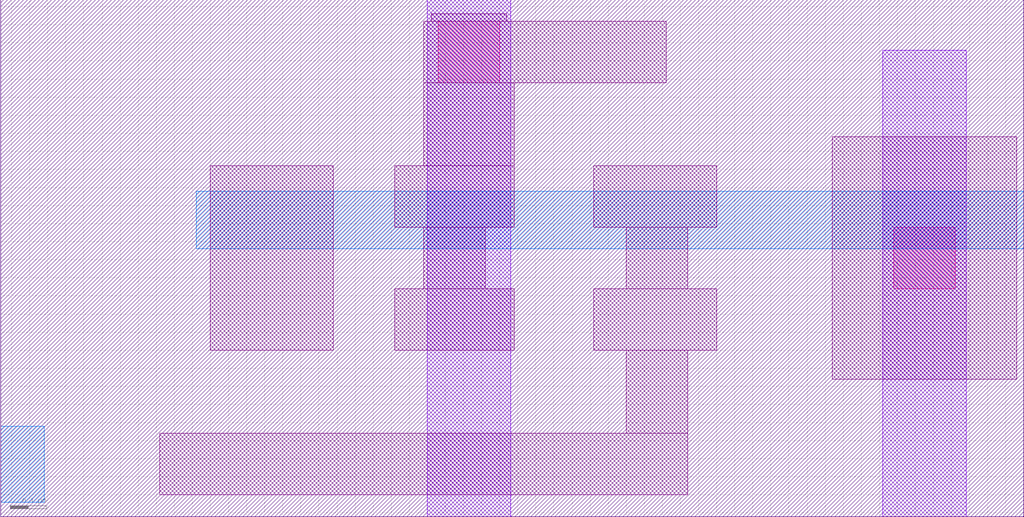
<source format=lef>
VERSION 5.7 ;
  NOWIREEXTENSIONATPIN ON ;
  DIVIDERCHAR "/" ;
  BUSBITCHARS "[]" ;
UNITS
  DATABASE MICRONS 200 ;
END UNITS

LAYER via2
  TYPE CUT ;
END via2

LAYER via
  TYPE CUT ;
END via

LAYER nwell
  TYPE MASTERSLICE ;
END nwell

LAYER via3
  TYPE CUT ;
END via3

LAYER pwell
  TYPE MASTERSLICE ;
END pwell

LAYER via4
  TYPE CUT ;
END via4

LAYER mcon
  TYPE CUT ;
END mcon

LAYER met6
  TYPE ROUTING ;
  WIDTH 0.030000 ;
  SPACING 0.040000 ;
  DIRECTION HORIZONTAL ;
END met6

LAYER met1
  TYPE ROUTING ;
  WIDTH 0.140000 ;
  SPACING 0.140000 ;
  DIRECTION HORIZONTAL ;
END met1

LAYER met3
  TYPE ROUTING ;
  WIDTH 0.300000 ;
  SPACING 0.300000 ;
  DIRECTION HORIZONTAL ;
END met3

LAYER met2
  TYPE ROUTING ;
  WIDTH 0.140000 ;
  SPACING 0.140000 ;
  DIRECTION HORIZONTAL ;
END met2

LAYER met4
  TYPE ROUTING ;
  WIDTH 0.300000 ;
  SPACING 0.300000 ;
  DIRECTION HORIZONTAL ;
END met4

LAYER met5
  TYPE ROUTING ;
  WIDTH 1.600000 ;
  SPACING 1.600000 ;
  DIRECTION HORIZONTAL ;
END met5

LAYER li1
  TYPE ROUTING ;
  WIDTH 0.170000 ;
  SPACING 0.170000 ;
  DIRECTION HORIZONTAL ;
END li1

MACRO sky130_hilas_wtasinglestage01
  CLASS BLOCK ;
  FOREIGN sky130_hilas_wtasinglestage01 ;
  ORIGIN 1.080 0.760 ;
  SIZE 2.830 BY 1.430 ;
  OBS
      LAYER li1 ;
        RECT 0.110 0.610 0.320 0.630 ;
        RECT 0.090 0.440 0.760 0.610 ;
        RECT 0.090 0.210 0.340 0.440 ;
        RECT -0.500 -0.300 -0.160 0.210 ;
        RECT 0.010 0.040 0.340 0.210 ;
        RECT 0.560 0.040 0.900 0.210 ;
        RECT 0.090 -0.130 0.260 0.040 ;
        RECT 0.650 -0.130 0.820 0.040 ;
        RECT 0.010 -0.300 0.340 -0.130 ;
        RECT 0.560 -0.300 0.900 -0.130 ;
        RECT 0.650 -0.530 0.820 -0.300 ;
        RECT 1.220 -0.380 1.730 0.290 ;
        RECT -0.640 -0.700 0.820 -0.530 ;
      LAYER mcon ;
        RECT 0.130 0.440 0.300 0.610 ;
        RECT 1.390 -0.130 1.560 0.040 ;
      LAYER met1 ;
        RECT 0.100 -0.760 0.330 0.670 ;
        RECT 1.360 -0.760 1.590 0.530 ;
      LAYER met2 ;
        RECT -0.540 -0.020 1.750 0.140 ;
        RECT -1.080 -0.720 -0.960 -0.510 ;
  END
END sky130_hilas_wtasinglestage01
END LIBRARY


</source>
